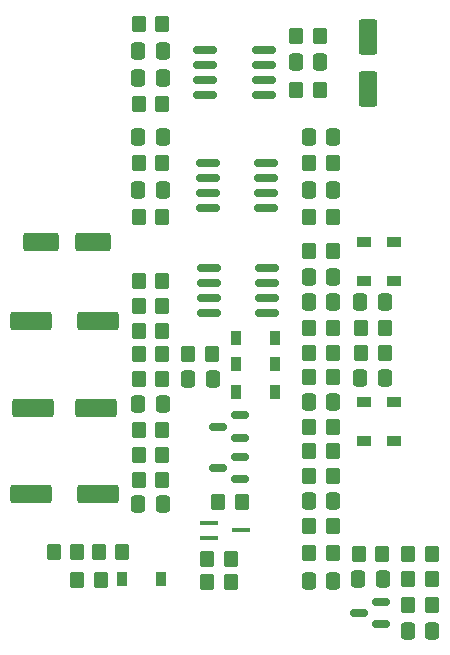
<source format=gbr>
%TF.GenerationSoftware,KiCad,Pcbnew,(6.0.2)*%
%TF.CreationDate,2022-08-13T11:44:49+02:00*%
%TF.ProjectId,HM2,484d322e-6b69-4636-9164-5f7063625858,rev?*%
%TF.SameCoordinates,Original*%
%TF.FileFunction,Paste,Top*%
%TF.FilePolarity,Positive*%
%FSLAX46Y46*%
G04 Gerber Fmt 4.6, Leading zero omitted, Abs format (unit mm)*
G04 Created by KiCad (PCBNEW (6.0.2)) date 2022-08-13 11:44:49*
%MOMM*%
%LPD*%
G01*
G04 APERTURE LIST*
G04 Aperture macros list*
%AMRoundRect*
0 Rectangle with rounded corners*
0 $1 Rounding radius*
0 $2 $3 $4 $5 $6 $7 $8 $9 X,Y pos of 4 corners*
0 Add a 4 corners polygon primitive as box body*
4,1,4,$2,$3,$4,$5,$6,$7,$8,$9,$2,$3,0*
0 Add four circle primitives for the rounded corners*
1,1,$1+$1,$2,$3*
1,1,$1+$1,$4,$5*
1,1,$1+$1,$6,$7*
1,1,$1+$1,$8,$9*
0 Add four rect primitives between the rounded corners*
20,1,$1+$1,$2,$3,$4,$5,0*
20,1,$1+$1,$4,$5,$6,$7,0*
20,1,$1+$1,$6,$7,$8,$9,0*
20,1,$1+$1,$8,$9,$2,$3,0*%
G04 Aperture macros list end*
%ADD10RoundRect,0.250000X0.337500X0.475000X-0.337500X0.475000X-0.337500X-0.475000X0.337500X-0.475000X0*%
%ADD11R,1.200000X0.900000*%
%ADD12RoundRect,0.250000X-0.337500X-0.475000X0.337500X-0.475000X0.337500X0.475000X-0.337500X0.475000X0*%
%ADD13RoundRect,0.250000X0.350000X0.450000X-0.350000X0.450000X-0.350000X-0.450000X0.350000X-0.450000X0*%
%ADD14R,1.500000X0.450000*%
%ADD15RoundRect,0.150000X0.587500X0.150000X-0.587500X0.150000X-0.587500X-0.150000X0.587500X-0.150000X0*%
%ADD16RoundRect,0.150000X-0.825000X-0.150000X0.825000X-0.150000X0.825000X0.150000X-0.825000X0.150000X0*%
%ADD17RoundRect,0.250000X-0.350000X-0.450000X0.350000X-0.450000X0.350000X0.450000X-0.350000X0.450000X0*%
%ADD18R,0.900000X1.200000*%
%ADD19RoundRect,0.250000X1.250000X0.550000X-1.250000X0.550000X-1.250000X-0.550000X1.250000X-0.550000X0*%
%ADD20RoundRect,0.250000X1.500000X0.550000X-1.500000X0.550000X-1.500000X-0.550000X1.500000X-0.550000X0*%
%ADD21RoundRect,0.250000X-0.550000X1.250000X-0.550000X-1.250000X0.550000X-1.250000X0.550000X1.250000X0*%
%ADD22RoundRect,0.150000X0.825000X0.150000X-0.825000X0.150000X-0.825000X-0.150000X0.825000X-0.150000X0*%
G04 APERTURE END LIST*
D10*
%TO.C,C10*%
X142037500Y-105600000D03*
X139962500Y-105600000D03*
%TD*%
D11*
%TO.C,D8*%
X144700000Y-128050000D03*
X144700000Y-131350000D03*
%TD*%
D12*
%TO.C,C22*%
X144162500Y-143000000D03*
X146237500Y-143000000D03*
%TD*%
D13*
%TO.C,R34*%
X150400000Y-140900000D03*
X148400000Y-140900000D03*
%TD*%
D10*
%TO.C,C3*%
X127637500Y-100600000D03*
X125562500Y-100600000D03*
%TD*%
D13*
%TO.C,R17*%
X142000000Y-112400000D03*
X140000000Y-112400000D03*
%TD*%
D12*
%TO.C,C19*%
X129762500Y-126100000D03*
X131837500Y-126100000D03*
%TD*%
D14*
%TO.C,Q1*%
X131570000Y-138250000D03*
X131570000Y-139550000D03*
X134230000Y-138900000D03*
%TD*%
D15*
%TO.C,Q4*%
X146137500Y-146850000D03*
X146137500Y-144950000D03*
X144262500Y-145900000D03*
%TD*%
D16*
%TO.C,U2*%
X131225000Y-98195000D03*
X131225000Y-99465000D03*
X131225000Y-100735000D03*
X131225000Y-102005000D03*
X136175000Y-102005000D03*
X136175000Y-100735000D03*
X136175000Y-99465000D03*
X136175000Y-98195000D03*
%TD*%
D15*
%TO.C,Q2*%
X134137500Y-134550000D03*
X134137500Y-132650000D03*
X132262500Y-133600000D03*
%TD*%
D17*
%TO.C,R16*%
X125600000Y-134600000D03*
X127600000Y-134600000D03*
%TD*%
D13*
%TO.C,R21*%
X142000000Y-107800000D03*
X140000000Y-107800000D03*
%TD*%
%TO.C,R8*%
X122400000Y-143100000D03*
X120400000Y-143100000D03*
%TD*%
D17*
%TO.C,R22*%
X140000000Y-121800000D03*
X142000000Y-121800000D03*
%TD*%
%TO.C,R26*%
X140000000Y-130100000D03*
X142000000Y-130100000D03*
%TD*%
D10*
%TO.C,C21*%
X142037500Y-117400000D03*
X139962500Y-117400000D03*
%TD*%
D12*
%TO.C,C5*%
X125562500Y-105590000D03*
X127637500Y-105590000D03*
%TD*%
D17*
%TO.C,R37*%
X144200000Y-140900000D03*
X146200000Y-140900000D03*
%TD*%
D10*
%TO.C,C6*%
X127637500Y-110090000D03*
X125562500Y-110090000D03*
%TD*%
D17*
%TO.C,R18*%
X125600000Y-132500000D03*
X127600000Y-132500000D03*
%TD*%
D13*
%TO.C,R38*%
X146400000Y-121800000D03*
X144400000Y-121800000D03*
%TD*%
%TO.C,R28*%
X127600000Y-122000000D03*
X125600000Y-122000000D03*
%TD*%
D18*
%TO.C,D4*%
X133850000Y-122600000D03*
X137150000Y-122600000D03*
%TD*%
D19*
%TO.C,C13*%
X121700000Y-114500000D03*
X117300000Y-114500000D03*
%TD*%
D13*
%TO.C,R29*%
X142000000Y-123900000D03*
X140000000Y-123900000D03*
%TD*%
D12*
%TO.C,C1*%
X139962500Y-143200000D03*
X142037500Y-143200000D03*
%TD*%
%TO.C,C20*%
X148362500Y-147400000D03*
X150437500Y-147400000D03*
%TD*%
D13*
%TO.C,R33*%
X150400000Y-145200000D03*
X148400000Y-145200000D03*
%TD*%
D17*
%TO.C,R24*%
X125600000Y-124000000D03*
X127600000Y-124000000D03*
%TD*%
D13*
%TO.C,R35*%
X142000000Y-115200000D03*
X140000000Y-115200000D03*
%TD*%
D12*
%TO.C,C17*%
X139962500Y-128000000D03*
X142037500Y-128000000D03*
%TD*%
D13*
%TO.C,R19*%
X142000000Y-132200000D03*
X140000000Y-132200000D03*
%TD*%
%TO.C,R32*%
X131800000Y-124000000D03*
X129800000Y-124000000D03*
%TD*%
D20*
%TO.C,C12*%
X122100000Y-121200000D03*
X116500000Y-121200000D03*
%TD*%
D16*
%TO.C,U3*%
X131425000Y-107795000D03*
X131425000Y-109065000D03*
X131425000Y-110335000D03*
X131425000Y-111605000D03*
X136375000Y-111605000D03*
X136375000Y-110335000D03*
X136375000Y-109065000D03*
X136375000Y-107795000D03*
%TD*%
D10*
%TO.C,C9*%
X127637500Y-136700000D03*
X125562500Y-136700000D03*
%TD*%
D17*
%TO.C,R11*%
X125600000Y-112390000D03*
X127600000Y-112390000D03*
%TD*%
D13*
%TO.C,R3*%
X133400000Y-141300000D03*
X131400000Y-141300000D03*
%TD*%
D17*
%TO.C,R20*%
X125600000Y-130400000D03*
X127600000Y-130400000D03*
%TD*%
%TO.C,R23*%
X125600000Y-126100000D03*
X127600000Y-126100000D03*
%TD*%
D12*
%TO.C,C15*%
X139962500Y-119600000D03*
X142037500Y-119600000D03*
%TD*%
D13*
%TO.C,R12*%
X120400000Y-140700000D03*
X118400000Y-140700000D03*
%TD*%
D12*
%TO.C,C11*%
X139962500Y-110100000D03*
X142037500Y-110100000D03*
%TD*%
D13*
%TO.C,R36*%
X150400000Y-143000000D03*
X148400000Y-143000000D03*
%TD*%
D10*
%TO.C,C14*%
X127637500Y-128200000D03*
X125562500Y-128200000D03*
%TD*%
D12*
%TO.C,C16*%
X138862500Y-99200000D03*
X140937500Y-99200000D03*
%TD*%
D18*
%TO.C,D5*%
X137150000Y-127200000D03*
X133850000Y-127200000D03*
%TD*%
D17*
%TO.C,R30*%
X140000000Y-125900000D03*
X142000000Y-125900000D03*
%TD*%
D11*
%TO.C,D6*%
X147200000Y-114450000D03*
X147200000Y-117750000D03*
%TD*%
D17*
%TO.C,R1*%
X144400000Y-123900000D03*
X146400000Y-123900000D03*
%TD*%
D12*
%TO.C,C23*%
X144362500Y-119600000D03*
X146437500Y-119600000D03*
%TD*%
D15*
%TO.C,Q3*%
X134137500Y-131050000D03*
X134137500Y-129150000D03*
X132262500Y-130100000D03*
%TD*%
D11*
%TO.C,D9*%
X147200000Y-131350000D03*
X147200000Y-128050000D03*
%TD*%
D17*
%TO.C,R13*%
X125600000Y-107790000D03*
X127600000Y-107790000D03*
%TD*%
D13*
%TO.C,R14*%
X142000000Y-134300000D03*
X140000000Y-134300000D03*
%TD*%
D17*
%TO.C,R4*%
X125600000Y-102800000D03*
X127600000Y-102800000D03*
%TD*%
D21*
%TO.C,C18*%
X145000000Y-97100000D03*
X145000000Y-101500000D03*
%TD*%
D17*
%TO.C,R9*%
X122200000Y-140700000D03*
X124200000Y-140700000D03*
%TD*%
D20*
%TO.C,C4*%
X122000000Y-128500000D03*
X116600000Y-128500000D03*
%TD*%
D22*
%TO.C,U1*%
X136475000Y-120505000D03*
X136475000Y-119235000D03*
X136475000Y-117965000D03*
X136475000Y-116695000D03*
X131525000Y-116695000D03*
X131525000Y-117965000D03*
X131525000Y-119235000D03*
X131525000Y-120505000D03*
%TD*%
D17*
%TO.C,R31*%
X138900000Y-101600000D03*
X140900000Y-101600000D03*
%TD*%
D12*
%TO.C,C24*%
X144362500Y-126000000D03*
X146437500Y-126000000D03*
%TD*%
D17*
%TO.C,R7*%
X125600000Y-96000000D03*
X127600000Y-96000000D03*
%TD*%
D18*
%TO.C,D1*%
X124150000Y-143000000D03*
X127450000Y-143000000D03*
%TD*%
D20*
%TO.C,C7*%
X122100000Y-135800000D03*
X116500000Y-135800000D03*
%TD*%
D17*
%TO.C,R10*%
X140000000Y-138500000D03*
X142000000Y-138500000D03*
%TD*%
D18*
%TO.C,D3*%
X133850000Y-124800000D03*
X137150000Y-124800000D03*
%TD*%
D13*
%TO.C,R2*%
X133400000Y-143300000D03*
X131400000Y-143300000D03*
%TD*%
D12*
%TO.C,C8*%
X139962500Y-136400000D03*
X142037500Y-136400000D03*
%TD*%
D17*
%TO.C,R15*%
X132300000Y-136500000D03*
X134300000Y-136500000D03*
%TD*%
D13*
%TO.C,R27*%
X127600000Y-119900000D03*
X125600000Y-119900000D03*
%TD*%
D17*
%TO.C,R5*%
X125600000Y-117800000D03*
X127600000Y-117800000D03*
%TD*%
%TO.C,R25*%
X138900000Y-97000000D03*
X140900000Y-97000000D03*
%TD*%
D12*
%TO.C,C2*%
X125562500Y-98300000D03*
X127637500Y-98300000D03*
%TD*%
D11*
%TO.C,D7*%
X144700000Y-117750000D03*
X144700000Y-114450000D03*
%TD*%
D13*
%TO.C,R6*%
X142000000Y-140800000D03*
X140000000Y-140800000D03*
%TD*%
M02*

</source>
